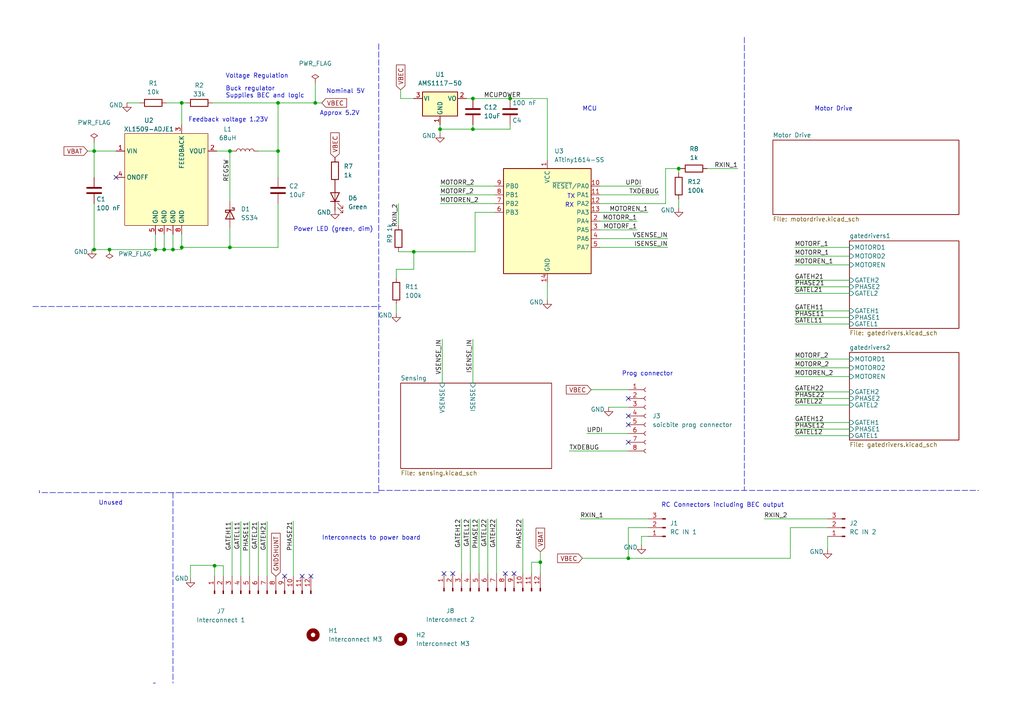
<source format=kicad_sch>
(kicad_sch (version 20211123) (generator eeschema)
  (paper "A4")
  (title_block (title "Feather ESC Logic Board 1614 edition") (date "2021-12-11"))
  (lib_symbols
    (symbol "Connector:Conn_01x03_Male" (pin_names (offset 1.016) hide)
      (property "Reference" "J" (at 0 5.08 0))
      (property "Value" "Conn_01x03_Male" (at 0 -5.08 0))
      (symbol "Conn_01x03_Male_1_1"
        (polyline (pts (xy 1.27 -2.54) (xy 0.8636 -2.54)) (stroke (width 0.1524)))
        (polyline (pts (xy 1.27 0) (xy 0.8636 0)) (stroke (width 0.1524)))
        (polyline (pts (xy 1.27 2.54) (xy 0.8636 2.54)) (stroke (width 0.1524)))
        (rectangle (start 0.8636 -2.413) (end 0 -2.667) (stroke (width 0.1524)) (fill (type outline)))
        (rectangle (start 0.8636 0.127) (end 0 -0.127) (stroke (width 0.1524)) (fill (type outline)))
        (rectangle (start 0.8636 2.667) (end 0 2.413) (stroke (width 0.1524)) (fill (type outline)))
        (pin passive line (at 5.08 2.54 180) (length 3.81) (name "Pin_1") (number "1"))
        (pin passive line (at 5.08 0 180) (length 3.81) (name "Pin_2") (number "2"))
        (pin passive line (at 5.08 -2.54 180) (length 3.81) (name "Pin_3") (number "3"))
      )
    )
    (symbol "Connector:Conn_01x08_Female" (pin_names (offset 1.016) hide)
      (property "Reference" "J" (at 0 10.16 0))
      (property "Value" "Conn_01x08_Female" (at 0 -12.7 0))
      (symbol "Conn_01x08_Female_1_1"
        (arc (start 0 -9.652) (mid -0.508 -10.16) (end 0 -10.668) (stroke (width 0.1524)))
        (arc (start 0 -7.112) (mid -0.508 -7.62) (end 0 -8.128) (stroke (width 0.1524)))
        (arc (start 0 -4.572) (mid -0.508 -5.08) (end 0 -5.588) (stroke (width 0.1524)))
        (arc (start 0 -2.032) (mid -0.508 -2.54) (end 0 -3.048) (stroke (width 0.1524)))
        (polyline (pts (xy -1.27 -10.16) (xy -0.508 -10.16)) (stroke (width 0.1524)))
        (polyline (pts (xy -1.27 -7.62) (xy -0.508 -7.62)) (stroke (width 0.1524)))
        (polyline (pts (xy -1.27 -5.08) (xy -0.508 -5.08)) (stroke (width 0.1524)))
        (polyline (pts (xy -1.27 -2.54) (xy -0.508 -2.54)) (stroke (width 0.1524)))
        (polyline (pts (xy -1.27 0) (xy -0.508 0)) (stroke (width 0.1524)))
        (polyline (pts (xy -1.27 2.54) (xy -0.508 2.54)) (stroke (width 0.1524)))
        (polyline (pts (xy -1.27 5.08) (xy -0.508 5.08)) (stroke (width 0.1524)))
        (polyline (pts (xy -1.27 7.62) (xy -0.508 7.62)) (stroke (width 0.1524)))
        (arc (start 0 0.508) (mid -0.508 0) (end 0 -0.508) (stroke (width 0.1524)))
        (arc (start 0 3.048) (mid -0.508 2.54) (end 0 2.032) (stroke (width 0.1524)))
        (arc (start 0 5.588) (mid -0.508 5.08) (end 0 4.572) (stroke (width 0.1524)))
        (arc (start 0 8.128) (mid -0.508 7.62) (end 0 7.112) (stroke (width 0.1524)))
        (pin passive line (at -5.08 7.62 0) (length 3.81) (name "Pin_1") (number "1"))
        (pin passive line (at -5.08 5.08 0) (length 3.81) (name "Pin_2") (number "2"))
        (pin passive line (at -5.08 2.54 0) (length 3.81) (name "Pin_3") (number "3"))
        (pin passive line (at -5.08 0 0) (length 3.81) (name "Pin_4") (number "4"))
        (pin passive line (at -5.08 -2.54 0) (length 3.81) (name "Pin_5") (number "5"))
        (pin passive line (at -5.08 -5.08 0) (length 3.81) (name "Pin_6") (number "6"))
        (pin passive line (at -5.08 -7.62 0) (length 3.81) (name "Pin_7") (number "7"))
        (pin passive line (at -5.08 -10.16 0) (length 3.81) (name "Pin_8") (number "8"))
      )
    )
    (symbol "Connector:Conn_01x12_Male" (pin_names (offset 1.016) hide)
      (property "Reference" "J" (at 0 15.24 0))
      (property "Value" "Conn_01x12_Male" (at 0 -17.78 0))
      (symbol "Conn_01x12_Male_1_1"
        (polyline (pts (xy 1.27 -15.24) (xy 0.8636 -15.24)) (stroke (width 0.1524)))
        (polyline (pts (xy 1.27 -12.7) (xy 0.8636 -12.7)) (stroke (width 0.1524)))
        (polyline (pts (xy 1.27 -10.16) (xy 0.8636 -10.16)) (stroke (width 0.1524)))
        (polyline (pts (xy 1.27 -7.62) (xy 0.8636 -7.62)) (stroke (width 0.1524)))
        (polyline (pts (xy 1.27 -5.08) (xy 0.8636 -5.08)) (stroke (width 0.1524)))
        (polyline (pts (xy 1.27 -2.54) (xy 0.8636 -2.54)) (stroke (width 0.1524)))
        (polyline (pts (xy 1.27 0) (xy 0.8636 0)) (stroke (width 0.1524)))
        (polyline (pts (xy 1.27 2.54) (xy 0.8636 2.54)) (stroke (width 0.1524)))
        (polyline (pts (xy 1.27 5.08) (xy 0.8636 5.08)) (stroke (width 0.1524)))
        (polyline (pts (xy 1.27 7.62) (xy 0.8636 7.62)) (stroke (width 0.1524)))
        (polyline (pts (xy 1.27 10.16) (xy 0.8636 10.16)) (stroke (width 0.1524)))
        (polyline (pts (xy 1.27 12.7) (xy 0.8636 12.7)) (stroke (width 0.1524)))
        (rectangle (start 0.8636 -15.113) (end 0 -15.367) (stroke (width 0.1524)) (fill (type outline)))
        (rectangle (start 0.8636 -12.573) (end 0 -12.827) (stroke (width 0.1524)) (fill (type outline)))
        (rectangle (start 0.8636 -10.033) (end 0 -10.287) (stroke (width 0.1524)) (fill (type outline)))
        (rectangle (start 0.8636 -7.493) (end 0 -7.747) (stroke (width 0.1524)) (fill (type outline)))
        (rectangle (start 0.8636 -4.953) (end 0 -5.207) (stroke (width 0.1524)) (fill (type outline)))
        (rectangle (start 0.8636 -2.413) (end 0 -2.667) (stroke (width 0.1524)) (fill (type outline)))
        (rectangle (start 0.8636 0.127) (end 0 -0.127) (stroke (width 0.1524)) (fill (type outline)))
        (rectangle (start 0.8636 2.667) (end 0 2.413) (stroke (width 0.1524)) (fill (type outline)))
        (rectangle (start 0.8636 5.207) (end 0 4.953) (stroke (width 0.1524)) (fill (type outline)))
        (rectangle (start 0.8636 7.747) (end 0 7.493) (stroke (width 0.1524)) (fill (type outline)))
        (rectangle (start 0.8636 10.287) (end 0 10.033) (stroke (width 0.1524)) (fill (type outline)))
        (rectangle (start 0.8636 12.827) (end 0 12.573) (stroke (width 0.1524)) (fill (type outline)))
        (pin passive line (at 5.08 12.7 180) (length 3.81) (name "Pin_1") (number "1"))
        (pin passive line (at 5.08 -10.16 180) (length 3.81) (name "Pin_10") (number "10"))
        (pin passive line (at 5.08 -12.7 180) (length 3.81) (name "Pin_11") (number "11"))
        (pin passive line (at 5.08 -15.24 180) (length 3.81) (name "Pin_12") (number "12"))
        (pin passive line (at 5.08 10.16 180) (length 3.81) (name "Pin_2") (number "2"))
        (pin passive line (at 5.08 7.62 180) (length 3.81) (name "Pin_3") (number "3"))
        (pin passive line (at 5.08 5.08 180) (length 3.81) (name "Pin_4") (number "4"))
        (pin passive line (at 5.08 2.54 180) (length 3.81) (name "Pin_5") (number "5"))
        (pin passive line (at 5.08 0 180) (length 3.81) (name "Pin_6") (number "6"))
        (pin passive line (at 5.08 -2.54 180) (length 3.81) (name "Pin_7") (number "7"))
        (pin passive line (at 5.08 -5.08 180) (length 3.81) (name "Pin_8") (number "8"))
        (pin passive line (at 5.08 -7.62 180) (length 3.81) (name "Pin_9") (number "9"))
      )
    )
    (symbol "Device:C" (pin_numbers hide) (pin_names (offset 0.254))
      (property "Reference" "C" (at 0.635 2.54 0))
      (property "Value" "C" (at 0.635 -2.54 0))
      (symbol "C_0_1"
        (polyline (pts (xy -2.032 -0.762) (xy 2.032 -0.762)) (stroke (width 0.508)))
        (polyline (pts (xy -2.032 0.762) (xy 2.032 0.762)) (stroke (width 0.508)))
      )
      (symbol "C_1_1"
        (pin passive line (at 0 3.81 270) (length 2.794) (name "~") (number "1"))
        (pin passive line (at 0 -3.81 90) (length 2.794) (name "~") (number "2"))
      )
    )
    (symbol "Device:D_Schottky" (pin_numbers hide) (pin_names (offset 1.016) hide)
      (property "Reference" "D" (at 0 2.54 0))
      (property "Value" "D_Schottky" (at 0 -2.54 0))
      (symbol "D_Schottky_0_1"
        (polyline (pts (xy 1.27 0) (xy -1.27 0)))
        (polyline (pts (xy 1.27 1.27) (xy 1.27 -1.27) (xy -1.27 0) (xy 1.27 1.27)) (stroke (width 0.254)))
        (polyline (pts (xy -1.905 0.635) (xy -1.905 1.27) (xy -1.27 1.27) (xy -1.27 -1.27) (xy -0.635 -1.27) (xy -0.635 -0.635)) (stroke (width 0.254)))
      )
      (symbol "D_Schottky_1_1"
        (pin passive line (at -3.81 0 0) (length 2.54) (name "K") (number "1"))
        (pin passive line (at 3.81 0 180) (length 2.54) (name "A") (number "2"))
      )
    )
    (symbol "Device:L" (pin_numbers hide) (pin_names (offset 1.016) hide)
      (property "Reference" "L" (at -1.27 0 90))
      (property "Value" "L" (at 1.905 0 90))
      (symbol "L_0_1"
        (arc (start 0 -2.54) (mid 0.635 -1.905) (end 0 -1.27))
        (arc (start 0 -1.27) (mid 0.635 -0.635) (end 0 0))
        (arc (start 0 0) (mid 0.635 0.635) (end 0 1.27))
        (arc (start 0 1.27) (mid 0.635 1.905) (end 0 2.54))
      )
      (symbol "L_1_1"
        (pin passive line (at 0 3.81 270) (length 1.27) (name "1") (number "1"))
        (pin passive line (at 0 -3.81 90) (length 1.27) (name "2") (number "2"))
      )
    )
    (symbol "Device:LED" (pin_numbers hide) (pin_names (offset 1.016) hide)
      (property "Reference" "D" (at 0 2.54 0))
      (property "Value" "LED" (at 0 -2.54 0))
      (symbol "LED_0_1"
        (polyline (pts (xy -1.27 -1.27) (xy -1.27 1.27)) (stroke (width 0.254)))
        (polyline (pts (xy -1.27 0) (xy 1.27 0)))
        (polyline (pts (xy 1.27 -1.27) (xy 1.27 1.27) (xy -1.27 0) (xy 1.27 -1.27)) (stroke (width 0.254)))
        (polyline (pts (xy -3.048 -0.762) (xy -4.572 -2.286) (xy -3.81 -2.286) (xy -4.572 -2.286) (xy -4.572 -1.524)))
        (polyline (pts (xy -1.778 -0.762) (xy -3.302 -2.286) (xy -2.54 -2.286) (xy -3.302 -2.286) (xy -3.302 -1.524)))
      )
      (symbol "LED_1_1"
        (pin passive line (at -3.81 0 0) (length 2.54) (name "K") (number "1"))
        (pin passive line (at 3.81 0 180) (length 2.54) (name "A") (number "2"))
      )
    )
    (symbol "Device:R" (pin_numbers hide) (pin_names (offset 0))
      (property "Reference" "R" (at 2.032 0 90))
      (property "Value" "R" (at 0 0 90))
      (symbol "R_0_1"
        (rectangle (start -1.016 -2.54) (end 1.016 2.54) (stroke (width 0.254)))
      )
      (symbol "R_1_1"
        (pin passive line (at 0 3.81 270) (length 1.27) (name "~") (number "1"))
        (pin passive line (at 0 -3.81 90) (length 1.27) (name "~") (number "2"))
      )
    )
    (symbol "MCU_Microchip_ATtiny:ATtiny1614-SS"
      (property "Reference" "U" (at -12.7 16.51 0))
      (property "Value" "ATtiny1614-SS" (at 2.54 -16.51 0))
      (symbol "ATtiny1614-SS_0_1"
        (rectangle (start -12.7 -15.24) (end 12.7 15.24) (stroke (width 0.254)) (fill (type background)))
      )
      (symbol "ATtiny1614-SS_1_1"
        (pin power_in line (at 0 17.78 270) (length 2.54) (name "VCC") (number "1"))
        (pin bidirectional line (at 15.24 10.16 180) (length 2.54) (name "~{RESET}/PA0") (number "10"))
        (pin bidirectional line (at 15.24 7.62 180) (length 2.54) (name "PA1") (number "11"))
        (pin bidirectional line (at 15.24 5.08 180) (length 2.54) (name "PA2") (number "12"))
        (pin bidirectional line (at 15.24 2.54 180) (length 2.54) (name "PA3") (number "13"))
        (pin power_in line (at 0 -17.78 90) (length 2.54) (name "GND") (number "14"))
        (pin bidirectional line (at 15.24 0 180) (length 2.54) (name "PA4") (number "2"))
        (pin bidirectional line (at 15.24 -2.54 180) (length 2.54) (name "PA5") (number "3"))
        (pin bidirectional line (at 15.24 -5.08 180) (length 2.54) (name "PA6") (number "4"))
        (pin bidirectional line (at 15.24 -7.62 180) (length 2.54) (name "PA7") (number "5"))
        (pin bidirectional line (at -15.24 2.54 0) (length 2.54) (name "PB3") (number "6"))
        (pin bidirectional line (at -15.24 5.08 0) (length 2.54) (name "PB2") (number "7"))
        (pin bidirectional line (at -15.24 7.62 0) (length 2.54) (name "PB1") (number "8"))
        (pin bidirectional line (at -15.24 10.16 0) (length 2.54) (name "PB0") (number "9"))
      )
    )
    (symbol "Mechanical:MountingHole" (pin_names (offset 1.016))
      (property "Reference" "H" (at 0 5.08 0))
      (property "Value" "MountingHole" (at 0 3.175 0))
      (symbol "MountingHole_0_1"
        (circle (center 0 0) (radius 1.27) (stroke (width 1.27)))
      )
    )
    (symbol "Regulator_Linear:AP1117-50" (pin_names (offset 0.254))
      (property "Reference" "U" (at -3.81 3.175 0))
      (property "Value" "AP1117-50" (at 0 3.175 0))
      (symbol "AP1117-50_0_1"
        (rectangle (start -5.08 -5.08) (end 5.08 1.905) (stroke (width 0.254)) (fill (type background)))
      )
      (symbol "AP1117-50_1_1"
        (pin power_in line (at 0 -7.62 90) (length 2.54) (name "GND") (number "1"))
        (pin power_out line (at 7.62 0 180) (length 2.54) (name "VO") (number "2"))
        (pin power_in line (at -7.62 0 0) (length 2.54) (name "VI") (number "3"))
      )
    )
    (symbol "featheresc_logic:XL1509"
      (property "Reference" "U" (at -1.27 0 0))
      (property "Value" "XL1509" (at -1.27 2.54 0))
      (symbol "XL1509_0_0"
        (pin power_out line (at 13.97 6.35 180) (length 2.54) (name "VOUT") (number "2"))
        (pin input line (at 3.81 13.97 270) (length 2.54) (name "FEEDBACK") (number "3"))
        (pin input line (at -15.24 -1.27 0) (length 2.54) (name "ONOFF") (number "4"))
        (pin power_in line (at -3.81 -17.78 90) (length 2.54) (name "GND") (number "5"))
        (pin power_in line (at -1.27 -17.78 90) (length 2.54) (name "GND") (number "6"))
        (pin power_in line (at 1.27 -17.78 90) (length 2.54) (name "GND") (number "7"))
        (pin power_in line (at 3.81 -17.78 90) (length 2.54) (name "GND") (number "8"))
      )
      (symbol "XL1509_0_1"
        (rectangle (start -12.7 11.43) (end 11.43 -15.24) (stroke (width 0.1524)) (fill (type background)))
      )
      (symbol "XL1509_1_1"
        (pin power_in line (at -15.24 6.35 0) (length 2.54) (name "VIN") (number "1"))
      )
    )
    (symbol "power:GND" (power) (pin_names (offset 0))
      (property "Value" "GND" (at 0 -3.81 0))
      (symbol "GND_0_1"
        (polyline (pts (xy 0 0) (xy 0 -1.27) (xy 1.27 -1.27) (xy 0 -2.54) (xy -1.27 -1.27) (xy 0 -1.27)))
      )
      (symbol "GND_1_1"
        (pin power_in line (at 0 0 270) (length 0) hide (name "GND") (number "1"))
      )
    )
    (symbol "power:PWR_FLAG" (power) (pin_numbers hide) (pin_names (offset 0) hide)
      (property "Value" "PWR_FLAG" (at 0 3.81 0))
      (symbol "PWR_FLAG_0_0"
        (pin power_out line (at 0 0 90) (length 0) (name "pwr") (number "1"))
      )
      (symbol "PWR_FLAG_0_1"
        (polyline (pts (xy 0 0) (xy 0 1.27) (xy -1.016 1.905) (xy 0 2.54) (xy 1.016 1.905) (xy 0 1.27)))
      )
    )
  )
  (junction (at 47.625 72.39))
  (junction (at 50.165 72.39))
  (junction (at 52.705 71.755))
  (junction (at 91.44 29.845))
  (junction (at 66.675 43.815))
  (junction (at 80.645 43.815))
  (junction (at 156.718 163.068))
  (junction (at 80.645 29.845))
  (junction (at 147.955 28.575))
  (junction (at 137.16 28.575))
  (junction (at 62.23 164.084))
  (junction (at 66.675 71.755))
  (junction (at 182.245 161.925))
  (junction (at 27.305 72.39))
  (junction (at 52.705 29.845))
  (junction (at 196.85 48.895))
  (junction (at 120.015 73.025))
  (junction (at 127.635 37.465))
  (junction (at 45.085 72.39))
  (junction (at 27.305 43.815))
  (junction (at 31.75 72.39))
  (junction (at 137.16 37.465))
  (no_connect (at 33.655 51.435))
  (no_connect (at 182.245 128.27))
  (no_connect (at 182.245 120.65))
  (no_connect (at 182.245 123.19))
  (no_connect (at 182.245 115.57))
  (no_connect (at 146.558 166.37))
  (no_connect (at 131.318 166.37))
  (no_connect (at 128.778 166.37))
  (no_connect (at 149.098 166.37))
  (no_connect (at 87.63 167.132))
  (no_connect (at 82.55 167.132))
  (no_connect (at 90.17 167.132))
  (wire (pts (xy 36.83 29.845) (xy 40.64 29.845)))
  (polyline (pts (xy 109.855 12.7) (xy 109.855 142.875)))
  (polyline (pts (xy 11.43 142.24) (xy 11.43 142.875)))
  (polyline (pts (xy 109.855 142.875) (xy 11.43 142.875)))
  (wire (pts (xy 69.85 151.257) (xy 69.85 167.132)))
  (wire (pts (xy 67.31 151.257) (xy 67.31 167.132)))
  (wire (pts (xy 80.645 29.845) (xy 91.44 29.845)))
  (wire (pts (xy 91.44 29.845) (xy 93.345 29.845)))
  (wire (pts (xy 85.09 151.13) (xy 85.09 167.132)))
  (wire (pts (xy 187.96 153.035) (xy 182.245 153.035)))
  (wire (pts (xy 182.245 153.035) (xy 182.245 161.925)))
  (wire (pts (xy 50.165 67.945) (xy 50.165 72.39)))
  (wire (pts (xy 50.165 72.39) (xy 47.625 72.39)))
  (wire (pts (xy 230.505 109.22) (xy 246.38 109.22)))
  (wire (pts (xy 230.505 76.835) (xy 246.38 76.835)))
  (wire (pts (xy 230.505 113.665) (xy 246.38 113.665)))
  (polyline (pts (xy 215.9 10.795) (xy 215.9 142.24)))
  (wire (pts (xy 154.178 163.068) (xy 156.718 163.068)))
  (wire (pts (xy 187.96 61.595) (xy 173.99 61.595)))
  (wire (pts (xy 230.505 90.17) (xy 246.38 90.17)))
  (polyline (pts (xy 44.45 198.12) (xy 45.085 198.12)))
  (polyline (pts (xy 50.165 142.875) (xy 50.165 198.12)))
  (wire (pts (xy 115.57 59.055) (xy 115.57 65.405)))
  (wire (pts (xy 62.23 164.084) (xy 62.23 163.957)))
  (wire (pts (xy 127.635 53.975) (xy 143.51 53.975)))
  (wire (pts (xy 74.93 43.815) (xy 80.645 43.815)))
  (wire (pts (xy 230.505 117.475) (xy 246.38 117.475)))
  (wire (pts (xy 31.75 72.39) (xy 45.085 72.39)))
  (wire (pts (xy 27.305 72.39) (xy 31.75 72.39)))
  (wire (pts (xy 45.085 67.945) (xy 45.085 72.39)))
  (wire (pts (xy 26.67 72.39) (xy 27.305 72.39)))
  (wire (pts (xy 182.245 113.03) (xy 171.45 113.03)))
  (wire (pts (xy 120.015 28.575) (xy 116.205 28.575)))
  (wire (pts (xy 116.205 28.575) (xy 116.205 26.035)))
  (wire (pts (xy 196.85 48.895) (xy 196.85 50.165)))
  (wire (pts (xy 66.675 66.04) (xy 66.675 71.755)))
  (wire (pts (xy 154.178 166.37) (xy 154.178 163.068)))
  (wire (pts (xy 230.505 74.295) (xy 246.38 74.295)))
  (wire (pts (xy 138.938 150.495) (xy 138.938 166.37)))
  (wire (pts (xy 151.638 150.495) (xy 151.638 166.37)))
  (wire (pts (xy 62.865 43.815) (xy 66.675 43.815)))
  (wire (pts (xy 66.675 43.815) (xy 67.31 43.815)))
  (wire (pts (xy 156.718 163.068) (xy 156.718 166.37)))
  (wire (pts (xy 62.23 163.957) (xy 55.245 163.957)))
  (wire (pts (xy 62.23 167.132) (xy 62.23 164.084)))
  (wire (pts (xy 55.245 163.957) (xy 55.245 167.767)))
  (wire (pts (xy 141.478 150.495) (xy 141.478 166.37)))
  (wire (pts (xy 156.718 160.02) (xy 156.718 163.068)))
  (wire (pts (xy 230.505 115.57) (xy 246.38 115.57)))
  (wire (pts (xy 64.77 164.084) (xy 62.23 164.084)))
  (wire (pts (xy 230.505 81.28) (xy 246.38 81.28)))
  (wire (pts (xy 230.505 104.14) (xy 246.38 104.14)))
  (wire (pts (xy 48.26 29.845) (xy 52.705 29.845)))
  (wire (pts (xy 52.705 29.845) (xy 53.975 29.845)))
  (wire (pts (xy 64.77 167.132) (xy 64.77 164.084)))
  (wire (pts (xy 168.275 150.495) (xy 187.96 150.495)))
  (wire (pts (xy 182.245 125.73) (xy 170.18 125.73)))
  (wire (pts (xy 176.53 118.11) (xy 182.245 118.11)))
  (wire (pts (xy 127.635 56.515) (xy 143.51 56.515)))
  (wire (pts (xy 77.47 151.257) (xy 77.47 167.132)))
  (wire (pts (xy 193.675 71.755) (xy 173.99 71.755)))
  (wire (pts (xy 137.16 98.425) (xy 137.16 111.125)))
  (wire (pts (xy 80.645 51.435) (xy 80.645 43.815)))
  (wire (pts (xy 72.39 151.257) (xy 72.39 167.132)))
  (wire (pts (xy 240.03 155.575) (xy 240.03 159.385)))
  (wire (pts (xy 52.705 29.845) (xy 52.705 36.195)))
  (wire (pts (xy 27.305 43.815) (xy 27.305 51.435)))
  (wire (pts (xy 27.305 43.815) (xy 33.655 43.815)))
  (wire (pts (xy 25.4 43.815) (xy 27.305 43.815)))
  (polyline (pts (xy 9.525 88.9) (xy 59.69 88.9)))
  (polyline (pts (xy 59.69 88.9) (xy 59.69 88.9)))
  (polyline (pts (xy 59.69 88.9) (xy 110.49 88.9)))
  (wire (pts (xy 127.635 36.195) (xy 127.635 37.465)))
  (wire (pts (xy 127.635 37.465) (xy 127.635 38.735)))
  (wire (pts (xy 66.675 43.815) (xy 66.675 58.42)))
  (wire (pts (xy 230.505 92.075) (xy 246.38 92.075)))
  (wire (pts (xy 221.615 150.495) (xy 240.03 150.495)))
  (wire (pts (xy 52.705 71.755) (xy 52.705 72.39)))
  (wire (pts (xy 52.705 72.39) (xy 50.165 72.39)))
  (wire (pts (xy 52.705 67.945) (xy 52.705 71.755)))
  (wire (pts (xy 230.505 85.09) (xy 246.38 85.09)))
  (wire (pts (xy 74.93 151.257) (xy 74.93 167.132)))
  (wire (pts (xy 182.245 130.81) (xy 165.1 130.81)))
  (wire (pts (xy 136.398 150.495) (xy 136.398 166.37)))
  (wire (pts (xy 127.635 59.055) (xy 143.51 59.055)))
  (wire (pts (xy 135.255 28.575) (xy 137.16 28.575)))
  (wire (pts (xy 147.955 28.575) (xy 158.75 28.575)))
  (wire (pts (xy 158.75 28.575) (xy 158.75 46.355)))
  (wire (pts (xy 137.16 28.575) (xy 147.955 28.575)))
  (wire (pts (xy 27.305 41.275) (xy 27.305 43.815)))
  (wire (pts (xy 230.505 71.755) (xy 246.38 71.755)))
  (wire (pts (xy 147.955 36.195) (xy 147.955 37.465)))
  (wire (pts (xy 137.16 37.465) (xy 147.955 37.465)))
  (wire (pts (xy 158.75 81.915) (xy 158.75 86.995)))
  (wire (pts (xy 115.57 73.025) (xy 120.015 73.025)))
  (wire (pts (xy 120.015 73.025) (xy 137.795 73.025)))
  (wire (pts (xy 196.85 57.785) (xy 196.85 60.325)))
  (wire (pts (xy 230.505 83.185) (xy 246.38 83.185)))
  (wire (pts (xy 144.018 150.495) (xy 144.018 166.37)))
  (wire (pts (xy 128.27 98.425) (xy 128.27 111.125)))
  (wire (pts (xy 187.96 155.575) (xy 186.055 155.575)))
  (wire (pts (xy 186.055 155.575) (xy 186.055 158.115)))
  (wire (pts (xy 173.99 66.675) (xy 184.785 66.675)))
  (wire (pts (xy 133.858 150.495) (xy 133.858 166.37)))
  (wire (pts (xy 91.44 24.13) (xy 91.44 29.845)))
  (wire (pts (xy 137.795 61.595) (xy 137.795 73.025)))
  (wire (pts (xy 143.51 61.595) (xy 137.795 61.595)))
  (wire (pts (xy 196.85 48.895) (xy 197.485 48.895)))
  (wire (pts (xy 193.04 59.055) (xy 193.04 48.895)))
  (wire (pts (xy 193.04 48.895) (xy 196.85 48.895)))
  (wire (pts (xy 184.785 64.135) (xy 173.99 64.135)))
  (wire (pts (xy 173.99 59.055) (xy 193.04 59.055)))
  (wire (pts (xy 230.505 122.555) (xy 246.38 122.555)))
  (wire (pts (xy 27.305 59.055) (xy 27.305 72.39)))
  (wire (pts (xy 230.505 124.46) (xy 246.38 124.46)))
  (wire (pts (xy 66.675 71.755) (xy 52.705 71.755)))
  (wire (pts (xy 66.675 71.755) (xy 80.645 71.755)))
  (wire (pts (xy 80.645 59.055) (xy 80.645 71.755)))
  (wire (pts (xy 137.16 36.195) (xy 137.16 37.465)))
  (wire (pts (xy 229.235 161.925) (xy 182.245 161.925)))
  (wire (pts (xy 240.03 153.035) (xy 229.235 153.035)))
  (wire (pts (xy 229.235 153.035) (xy 229.235 161.925)))
  (wire (pts (xy 173.99 69.215) (xy 193.675 69.215)))
  (polyline (pts (xy 109.855 142.24) (xy 283.845 142.24)))
  (wire (pts (xy 230.505 93.98) (xy 246.38 93.98)))
  (wire (pts (xy 114.935 88.265) (xy 114.935 90.805)))
  (wire (pts (xy 47.625 72.39) (xy 45.085 72.39)))
  (wire (pts (xy 47.625 67.945) (xy 47.625 72.39)))
  (wire (pts (xy 127.635 37.465) (xy 137.16 37.465)))
  (wire (pts (xy 168.91 161.925) (xy 182.245 161.925)))
  (wire (pts (xy 230.505 106.68) (xy 246.38 106.68)))
  (wire (pts (xy 173.99 56.515) (xy 191.135 56.515)))
  (wire (pts (xy 80.645 29.845) (xy 80.645 43.815)))
  (wire (pts (xy 61.595 29.845) (xy 80.645 29.845)))
  (wire (pts (xy 205.105 48.895) (xy 213.995 48.895)))
  (wire (pts (xy 114.935 80.645) (xy 114.935 78.105)))
  (wire (pts (xy 114.935 78.105) (xy 120.015 78.105)))
  (wire (pts (xy 120.015 73.025) (xy 120.015 78.105)))
  (wire (pts (xy 230.505 126.365) (xy 246.38 126.365)))
  (wire (pts (xy 173.99 53.975) (xy 186.055 53.975)))
  (text "RC Connectors including BEC output" (at 191.77 147.32 0) (effects (font (size 1.27 1.27)) (justify left bottom)))
  (text "Motor Drive\n" (at 236.22 32.385 0) (effects (font (size 1.27 1.27)) (justify left bottom)))
  (text "Unused\n" (at 28.575 146.685 0) (effects (font (size 1.27 1.27)) (justify left bottom)))
  (text "Feedback voltage 1.23V" (at 54.61 35.56 0) (effects (font (size 1.27 1.27)) (justify left bottom)))
  (text "Buck regulator\nSupplies BEC and logic" (at 65.405 28.575 0) (effects (font (size 1.27 1.27)) (justify left bottom)))
  (text "Power LED (green, dim)" (at 85.09 67.31 0) (effects (font (size 1.27 1.27)) (justify left bottom)))
  (text "RX" (at 163.83 60.325 0) (effects (font (size 1.27 1.27)) (justify left bottom)))
  (text "Nominal 5V" (at 94.615 27.305 0) (effects (font (size 1.27 1.27)) (justify left bottom)))
  (text "MCU" (at 168.91 32.385 0) (effects (font (size 1.27 1.27)) (justify left bottom)))
  (text "Voltage Regulation" (at 65.405 22.86 0) (effects (font (size 1.27 1.27)) (justify left bottom)))
  (text "Prog connector" (at 180.34 109.22 0) (effects (font (size 1.27 1.27)) (justify left bottom)))
  (text "Approx 5.2V" (at 92.71 33.655 0) (effects (font (size 1.27 1.27)) (justify left bottom)))
  (text "TX" (at 164.465 57.785 0) (effects (font (size 1.27 1.27)) (justify left bottom)))
  (text "Interconnects to power board" (at 93.345 156.845 0) (effects (font (size 1.27 1.27)) (justify left bottom)))
  (label "GATEH11" (at 230.505 90.17 0))
  (label "PHASE22" (at 230.505 115.57 0))
  (label "REGSW" (at 66.675 52.705 90))
  (label "VSENSE_IN" (at 128.27 98.425 270))
  (label "GATEL12" (at 136.398 150.495 270))
  (label "GATEH22" (at 230.505 113.665 0))
  (label "VSENSE_IN" (at 193.675 69.215 180))
  (label "GATEL22" (at 230.505 117.475 0))
  (label "MOTOREN_1" (at 230.505 76.835 0))
  (label "MOTORR_2" (at 127.635 53.975 0))
  (label "GATEL12" (at 230.505 126.365 0))
  (label "PHASE12" (at 230.505 124.46 0))
  (label "GATEL21" (at 74.93 151.257 270))
  (label "PHASE12" (at 138.938 150.495 270))
  (label "MOTOREN_2" (at 230.505 109.22 0))
  (label "MOTOREN_2" (at 127.635 59.055 0))
  (label "GATEH22" (at 144.018 150.495 270))
  (label "PHASE11" (at 230.505 92.075 0))
  (label "RXIN_1" (at 168.275 150.495 0))
  (label "RXIN_2" (at 115.57 59.055 270))
  (label "TXDEBUG" (at 165.1 130.81 0))
  (label "MOTORF_1" (at 230.505 71.755 0))
  (label "GATEL22" (at 141.478 150.495 270))
  (label "GATEL11" (at 69.85 151.257 270))
  (label "MOTORR_1" (at 184.785 64.135 180))
  (label "MOTORF_2" (at 230.505 104.14 0))
  (label "GATEH21" (at 77.47 151.257 270))
  (label "PHASE11" (at 72.39 151.257 270))
  (label "MOTORF_1" (at 184.785 66.675 180))
  (label "PHASE22" (at 151.638 150.495 270))
  (label "ISENSE_IN" (at 137.16 98.425 270))
  (label "MOTORR_2" (at 230.505 106.68 0))
  (label "GATEL11" (at 230.505 93.98 0))
  (label "RXIN_1" (at 213.995 48.895 180))
  (label "GATEL21" (at 230.505 85.09 0))
  (label "UPDI" (at 170.18 125.73 0))
  (label "MOTORR_1" (at 230.505 74.295 0))
  (label "MOTORF_2" (at 127.635 56.515 0))
  (label "PHASE21" (at 230.505 83.185 0))
  (label "GATEH21" (at 230.505 81.28 0))
  (label "UPDI" (at 186.055 53.975 180))
  (label "MOTOREN_1" (at 187.96 61.595 180))
  (label "MCUPOWER" (at 140.335 28.575 0))
  (label "GATEH12" (at 133.858 150.495 270))
  (label "GATEH11" (at 67.31 151.257 270))
  (label "TXDEBUG" (at 191.135 56.515 180))
  (label "ISENSE_IN" (at 193.675 71.755 180))
  (label "GATEH12" (at 230.505 122.555 0))
  (label "PHASE21" (at 85.09 151.13 270))
  (label "RXIN_2" (at 221.615 150.495 0))
  (global_label "VBEC" (shape input) (at 97.155 45.72 90) (property "Intersheet References" "${INTERSHEET_REFS}" (effects hide)))
  (global_label "VBAT" (shape input) (at 156.718 160.02 90) (property "Intersheet References" "${INTERSHEET_REFS}" (effects hide)))
  (global_label "VBAT" (shape input) (at 25.4 43.815 180) (property "Intersheet References" "${INTERSHEET_REFS}" (effects hide)))
  (global_label "VBEC" (shape input) (at 171.45 113.03 180) (property "Intersheet References" "${INTERSHEET_REFS}" (effects hide)))
  (global_label "VBEC" (shape input) (at 168.91 161.925 180) (property "Intersheet References" "${INTERSHEET_REFS}" (effects hide)))
  (global_label "VBEC" (shape input) (at 93.345 29.845 0) (property "Intersheet References" "${INTERSHEET_REFS}" (effects hide)))
  (global_label "GNDSHUNT" (shape input) (at 80.01 167.132 90) (property "Intersheet References" "${INTERSHEET_REFS}" (effects hide)))
  (global_label "VBEC" (shape input) (at 116.205 26.035 90) (property "Intersheet References" "${INTERSHEET_REFS}" (effects hide)))
  (symbol (lib_id "Connector:Conn_01x03_Male") (at 193.04 153.035 180) (unit 1)
    (property "Reference" "J1" (at 194.31 151.7649 0) (effects (justify right)))
    (property "Value" "RC IN 1" (at 194.31 154.3049 0) (effects (justify right)))
    (property "Footprint" "Connector_JST:JST_XH_S3B-XH-A_1x03_P2.50mm_Horizontal" (effects hide))
  )
  (symbol (lib_id "Mechanical:MountingHole") (at 90.805 184.15 0) (unit 1)
    (property "Reference" "H1" (at 95.25 182.8799 0) (effects (justify left)))
    (property "Value" "Interconnect M3" (at 95.25 185.4199 0) (effects (justify left)))
    (property "Footprint" "MountingHole:MountingHole_3.2mm_M3" (effects hide))
  )
  (symbol (lib_id "power:PWR_FLAG") (at 31.75 72.39 180) (unit 1)
    (property "Reference" "#FLG01" (effects hide))
    (property "Value" "PWR_FLAG" (at 34.29 73.6599 0) (effects (justify right)))
  )
  (symbol (lib_id "Device:C") (at 137.16 32.385 0) (unit 1)
    (property "Reference" "C12" (at 140.335 31.1149 0) (effects (justify left)))
    (property "Value" "10uF" (at 140.335 33.6549 0) (effects (justify left)))
    (property "Footprint" "Capacitor_SMD:C_1206_3216Metric" (effects hide))
  )
  (symbol (lib_id "Mechanical:MountingHole") (at 116.205 185.42 0) (unit 1)
    (property "Reference" "H2" (at 120.65 184.1499 0) (effects (justify left)))
    (property "Value" "Interconnect M3" (at 120.65 186.6899 0) (effects (justify left)))
    (property "Footprint" "MountingHole:MountingHole_3.2mm_M3" (effects hide))
  )
  (symbol (lib_id "MCU_Microchip_ATtiny:ATtiny1614-SS") (at 158.75 64.135 0) (unit 1)
    (property "Reference" "U3" (at 160.7694 43.815 0) (effects (justify left)))
    (property "Value" "ATtiny1614-SS" (at 160.7694 46.355 0) (effects (justify left)))
    (property "Footprint" "Package_SO:SOIC-14_3.9x8.7mm_P1.27mm" (effects hide))
    (property "Datasheet" "http://ww1.microchip.com/downloads/en/DeviceDoc/ATtiny1614-data-sheet-40001995A.pdf" (effects hide))
  )
  (symbol (lib_id "power:GND") (at 176.53 118.11 0) (unit 1)
    (property "Reference" "#PWR026" (effects hide))
    (property "Value" "GND" (at 173.355 118.745 0))
  )
  (symbol (lib_id "featheresc_logic:XL1509") (at 48.895 50.165 0) (unit 1)
    (property "Reference" "U2" (at 43.18 34.925 0))
    (property "Value" "XL1509-ADJE1" (at 43.18 37.465 0))
    (property "Footprint" "Package_SO:SOIC-8_3.9x4.9mm_P1.27mm" (effects hide))
    (property "LCSC" "C74192" (effects hide))
  )
  (symbol (lib_id "power:GND") (at 36.83 29.845 0) (unit 1)
    (property "Reference" "#PWR03" (effects hide))
    (property "Value" "GND" (at 33.655 30.48 0))
  )
  (symbol (lib_id "Device:L") (at 71.12 43.815 90) (unit 1)
    (property "Reference" "L1" (at 66.04 37.465 90))
    (property "Value" "68uH" (at 66.04 40.005 90))
    (property "Footprint" "Inductor_SMD:L_10.4x10.4_H4.8" (effects hide))
    (property "LCSC" "C286354" (effects hide))
  )
  (symbol (lib_id "Device:C") (at 80.645 55.245 0) (unit 1)
    (property "Reference" "C2" (at 83.82 53.9749 0) (effects (justify left)))
    (property "Value" "10uF" (at 83.82 56.5149 0) (effects (justify left)))
    (property "Footprint" "Capacitor_SMD:C_1206_3216Metric" (effects hide))
  )
  (symbol (lib_id "Device:R") (at 201.295 48.895 90) (unit 1)
    (property "Reference" "R8" (at 201.295 43.18 90))
    (property "Value" "1k" (at 201.295 45.72 90))
    (property "Footprint" "Resistor_SMD:R_0603_1608Metric_Pad0.98x0.95mm_HandSolder" (effects hide))
  )
  (symbol (lib_id "power:GND") (at 240.03 159.385 0) (unit 1)
    (property "Reference" "#PWR018" (effects hide))
    (property "Value" "GND" (at 236.855 160.02 0))
  )
  (symbol (lib_id "Device:R") (at 115.57 69.215 180) (unit 1)
    (property "Reference" "R9" (at 113.03 69.215 90))
    (property "Value" "1k" (at 113.03 66.04 90))
    (property "Footprint" "Resistor_SMD:R_0603_1608Metric_Pad0.98x0.95mm_HandSolder" (effects hide))
  )
  (symbol (lib_id "Device:LED") (at 97.155 57.15 90) (unit 1)
    (property "Reference" "D6" (at 100.965 57.4674 90) (effects (justify right)))
    (property "Value" "Green" (at 100.965 60.0074 90) (effects (justify right)))
    (property "Footprint" "LED_SMD:LED_0805_2012Metric_Pad1.15x1.40mm_HandSolder" (effects hide))
  )
  (symbol (lib_id "power:GND") (at 158.75 86.995 0) (unit 1)
    (property "Reference" "#PWR025" (effects hide))
    (property "Value" "GND" (at 155.575 87.63 0))
  )
  (symbol (lib_id "Device:R") (at 196.85 53.975 180) (unit 1)
    (property "Reference" "R12" (at 199.39 52.7049 0) (effects (justify right)))
    (property "Value" "100k" (at 199.39 55.2449 0) (effects (justify right)))
    (property "Footprint" "Resistor_SMD:R_0603_1608Metric_Pad0.98x0.95mm_HandSolder" (effects hide))
  )
  (symbol (lib_id "power:PWR_FLAG") (at 91.44 24.13 0) (unit 1)
    (property "Reference" "#FLG0102" (effects hide))
    (property "Value" "PWR_FLAG" (at 91.44 18.415 0))
  )
  (symbol (lib_id "Connector:Conn_01x08_Female") (at 187.325 120.65 0) (unit 1)
    (property "Reference" "J3" (at 189.23 120.6499 0) (effects (justify left)))
    (property "Value" "soicbite prog connector" (at 189.23 123.1899 0) (effects (justify left)))
    (property "Footprint" "featheresc_logic:SOIC_clipProgSmall" (effects hide))
  )
  (symbol (lib_id "Device:R") (at 57.785 29.845 90) (unit 1)
    (property "Reference" "R2" (at 57.785 24.765 90))
    (property "Value" "33k" (at 57.785 27.305 90))
    (property "Footprint" "Resistor_SMD:R_0603_1608Metric_Pad0.98x0.95mm_HandSolder" (effects hide))
  )
  (symbol (lib_id "power:GND") (at 55.245 167.767 0) (unit 1)
    (property "Reference" "#PWR02" (effects hide))
    (property "Value" "GND" (at 52.705 167.767 0))
  )
  (symbol (lib_id "power:GND") (at 186.055 158.115 0) (unit 1)
    (property "Reference" "#PWR06" (effects hide))
    (property "Value" "GND" (at 182.88 158.75 0))
  )
  (symbol (lib_id "power:PWR_FLAG") (at 27.305 41.275 0) (unit 1)
    (property "Reference" "#FLG0101" (effects hide))
    (property "Value" "PWR_FLAG" (at 27.305 35.56 0))
  )
  (symbol (lib_id "Device:C") (at 147.955 32.385 0) (unit 1)
    (property "Reference" "C4" (at 148.59 34.925 0) (effects (justify left)))
    (property "Value" "100 nF" (at 148.59 29.845 0) (effects (justify left)))
    (property "Footprint" "Capacitor_SMD:C_0603_1608Metric_Pad1.08x0.95mm_HandSolder" (effects hide))
  )
  (symbol (lib_id "Connector:Conn_01x12_Male") (at 141.478 171.45 90) (unit 1)
    (property "Reference" "J8" (at 130.6036 177.165 90))
    (property "Value" "Interconnect 2" (at 130.6036 179.705 90))
    (property "Footprint" "Connector_PinHeader_2.54mm:PinHeader_1x12_P2.54mm_Vertical" (effects hide))
  )
  (symbol (lib_id "power:GND") (at 114.935 90.805 0) (unit 1)
    (property "Reference" "#PWR020" (effects hide))
    (property "Value" "GND" (at 111.76 91.44 0))
  )
  (symbol (lib_id "Device:R") (at 44.45 29.845 90) (unit 1)
    (property "Reference" "R1" (at 44.45 24.13 90))
    (property "Value" "10k" (at 44.45 26.67 90))
    (property "Footprint" "Resistor_SMD:R_0603_1608Metric_Pad0.98x0.95mm_HandSolder" (effects hide))
  )
  (symbol (lib_id "Device:C") (at 27.305 55.245 0) (unit 1)
    (property "Reference" "C1" (at 27.94 57.785 0) (effects (justify left)))
    (property "Value" "100 nF" (at 27.94 60.325 0) (effects (justify left)))
    (property "Footprint" "Capacitor_SMD:C_0603_1608Metric_Pad1.08x0.95mm_HandSolder" (effects hide))
  )
  (symbol (lib_id "Connector:Conn_01x12_Male") (at 74.93 172.212 90) (unit 1)
    (property "Reference" "J7" (at 64.0556 177.292 90))
    (property "Value" "Interconnect 1" (at 64.0556 179.832 90))
    (property "Footprint" "Connector_PinHeader_2.54mm:PinHeader_1x12_P2.54mm_Vertical" (effects hide))
  )
  (symbol (lib_id "Device:D_Schottky") (at 66.675 62.23 270) (unit 1)
    (property "Reference" "D1" (at 69.85 60.6424 90) (effects (justify left)))
    (property "Value" "SS34" (at 69.85 63.1824 90) (effects (justify left)))
    (property "Footprint" "Diode_SMD:D_SMA_Handsoldering" (effects hide))
  )
  (symbol (lib_id "power:GND") (at 196.85 60.325 0) (unit 1)
    (property "Reference" "#PWR021" (effects hide))
    (property "Value" "GND" (at 193.675 60.96 0))
  )
  (symbol (lib_id "Device:R") (at 97.155 49.53 180) (unit 1)
    (property "Reference" "R7" (at 99.695 48.2599 0) (effects (justify right)))
    (property "Value" "1k" (at 99.695 50.7999 0) (effects (justify right)))
    (property "Footprint" "Resistor_SMD:R_0603_1608Metric_Pad0.98x0.95mm_HandSolder" (effects hide))
  )
  (symbol (lib_id "Device:R") (at 114.935 84.455 180) (unit 1)
    (property "Reference" "R11" (at 117.475 83.1849 0) (effects (justify right)))
    (property "Value" "100k" (at 117.475 85.7249 0) (effects (justify right)))
    (property "Footprint" "Resistor_SMD:R_0603_1608Metric_Pad0.98x0.95mm_HandSolder" (effects hide))
  )
  (symbol (lib_id "power:GND") (at 97.155 60.96 0) (unit 1)
    (property "Reference" "#PWR04" (effects hide))
    (property "Value" "GND" (at 93.98 61.595 0))
  )
  (symbol (lib_id "Connector:Conn_01x03_Male") (at 245.11 153.035 180) (unit 1)
    (property "Reference" "J2" (at 246.38 151.7649 0) (effects (justify right)))
    (property "Value" "RC IN 2" (at 246.38 154.3049 0) (effects (justify right)))
    (property "Footprint" "Connector_JST:JST_XH_S3B-XH-A_1x03_P2.50mm_Horizontal" (effects hide))
  )
  (symbol (lib_id "power:GND") (at 127.635 38.735 0) (unit 1)
    (property "Reference" "#PWR07" (effects hide))
    (property "Value" "GND" (at 124.46 39.37 0))
  )
  (symbol (lib_id "power:GND") (at 26.67 72.39 0) (unit 1)
    (property "Reference" "#PWR01" (effects hide))
    (property "Value" "GND" (at 23.495 73.025 0))
  )
  (symbol (lib_id "Regulator_Linear:AP1117-50") (at 127.635 28.575 0) (unit 1)
    (property "Reference" "U1" (at 127.635 21.59 0))
    (property "Value" "AMS1117-50" (at 127.635 24.13 0))
    (property "Footprint" "Package_TO_SOT_SMD:SOT-223-3_TabPin2" (effects hide))
    (property "Datasheet" "http://www.diodes.com/datasheets/AP1117.pdf" (effects hide))
  )
  (sheet (at 116.205 111.125) (size 43.815 24.765) (stroke (width 0.1524))
    (property "Sheet name" "Sensing" (at 116.205 110.4134 0) (effects (justify left bottom)))
    (property "Sheet file" "sensing.kicad_sch" (at 116.205 136.4746 0) (effects (justify left top)))
    (pin "VSENSE" input (at 128.27 111.125 90))
    (pin "ISENSE" input (at 137.16 111.125 90))
  )
  (sheet (at 246.38 69.85) (size 31.75 25.4) (stroke (width 0.1524))
    (property "Sheet name" "gatedrivers1" (at 246.38 69.1384 0) (effects (justify left bottom)))
    (property "Sheet file" "gatedrivers.kicad_sch" (at 246.38 95.8346 0) (effects (justify left top)))
    (pin "GATEL2" input (at 246.38 85.09 180))
    (pin "GATEH2" input (at 246.38 81.28 180))
    (pin "MOTORD2" input (at 246.38 74.295 180))
    (pin "MOTOREN" input (at 246.38 76.835 180))
    (pin "PHASE2" input (at 246.38 83.185 180))
    (pin "MOTORD1" input (at 246.38 71.755 180))
    (pin "PHASE1" input (at 246.38 92.075 180))
    (pin "GATEL1" input (at 246.38 93.98 180))
    (pin "GATEH1" input (at 246.38 90.17 180))
  )
  (sheet (at 246.38 102.235) (size 31.75 25.4) (stroke (width 0.1524))
    (property "Sheet name" "gatedrivers2" (at 246.38 101.5234 0) (effects (justify left bottom)))
    (property "Sheet file" "gatedrivers.kicad_sch" (at 246.38 128.2196 0) (effects (justify left top)))
    (pin "GATEL2" input (at 246.38 117.475 180))
    (pin "GATEH2" input (at 246.38 113.665 180))
    (pin "MOTORD2" input (at 246.38 106.68 180))
    (pin "MOTOREN" input (at 246.38 109.22 180))
    (pin "PHASE2" input (at 246.38 115.57 180))
    (pin "MOTORD1" input (at 246.38 104.14 180))
    (pin "PHASE1" input (at 246.38 124.46 180))
    (pin "GATEL1" input (at 246.38 126.365 180))
    (pin "GATEH1" input (at 246.38 122.555 180))
  )
  (sheet (at 224.155 40.64) (size 53.975 21.59) (stroke (width 0.1524))
    (property "Sheet name" "Motor Drive" (at 224.155 39.9284 0) (effects (justify left bottom)))
    (property "Sheet file" "motordrive.kicad_sch" (at 224.155 62.8146 0) (effects (justify left top)))
  )
)
</source>
